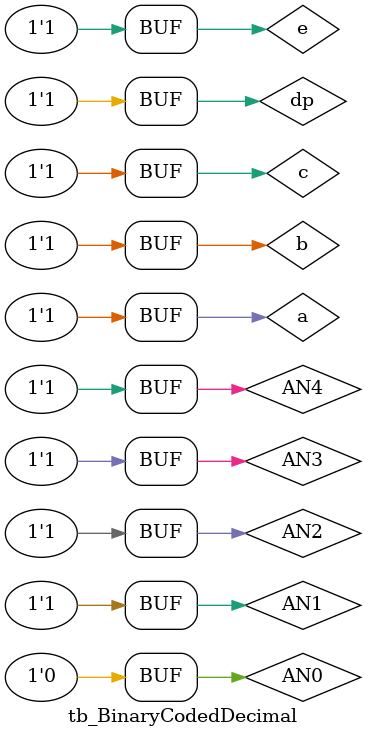
<source format=v>
`timescale 1ns / 1ps
`timescale 1ns / 1ps
//////////////////////////////////////////////////////////////////////////////////
// Company: 
// Engineer: 
// 
// Create Date: 02/12/2019 04:17:55 PM
// Design Name: 
// Module Name: tb_decoder_structural
// Project Name: 
// Target Devices: 
// Tool Versions: 
// Description: 
// 
// Dependencies: 
// 
// Revision:
// Revision 0.01 - File Created
// Additional Comments:
// 
//////////////////////////////////////////////////////////////////////////////////


module tb_BinaryCodedDecimal;

    // Inputs to be defined as registers
    reg e;
    reg a;
    reg b;
    reg c;
    
    // Outputs to be defined as wires
    wire segA;
    wire segB;
    wire segC;
    wire segD;
    wire segE;
    wire segF;
    wire segG;
    
    // Instantiate the Unit Under Test (UUT)
    BinaryCodedDecimal uut (
        .e(e),
        .a(a),
        .b(b),
        .c(c),
        .segA(segA),
        .segB(segB),
        .segC(segC),
        .segD(segD),
        .segE(segE),
        .segF(segF),
        .segG(segG),
        .an0(an0),
        .an1(an1),
        .an2(an2),
        .an3(an3),
        .dp(dp)
        );
        
        initial begin
            // Initialize Inputs
            e = 0;
            a = 0;
            b = 0;
            c = 0;
            AN0 = 0;
            AN1 = 1;
            AN2 = 1;
            AN3 = 1;
            AN4 = 1;
            dp = 1;
            // Wait 50ns for global reset to finish
            #50;
            
            // Stimulus - ALL input combos followed by some wait time to observe the o/p
            e = 0;
            a = 0;
            b = 0;
            c = 0;
            #50;
            $display ("TC01");
            if (segA != 1'b1 ||
                segB != 1'b1 ||
                segC != 1'b1 || 
                segD != 1'b1 ||
                segE != 1'b1 ||
                segF != 1'b1 ||
                segG != 1'b0
            ) $display ("Result is fucking wrong");
            
            e = 0;
            a = 0;
            b = 0;
            c = 1;
            #50;
            $display ("TC02");
            if (segA != 1'b1 ||
                segB != 1'b0 ||
                segC != 1'b0 || 
                segD != 1'b1 ||
                segE != 1'b1 ||
                segF != 1'b1 ||
                segG != 1'b1
            )  $display ("Result is fucking wrong");
            
            e = 0;
            a = 0;
            b = 1;
            c = 0;
            #50;
            $display ("TC03");
            if (segA != 1'b0 ||
                segB != 1'b0 ||
                segC != 1'b1 || 
                segD != 1'b0 ||
                segE != 1'b0 ||
                segF != 1'b1 ||
                segG != 1'b0
            )             
            
            $display ("Result is fucking wrong");
            
            e = 0;
            a = 0;
            b = 1;
            c = 1;
            #50;
            $display ("TC04");
            if (segA != 1'b0 ||
                segB != 1'b0 ||
                segC != 1'b0 || 
                segD != 1'b0 ||
                segE != 1'b1 ||
                segF != 1'b1 ||
                segG != 1'b0
            ) $display ("Result is fucking wrong");
            
            e = 0;
            a = 1;
            b = 0;
            c = 0;
            #50;
            $display ("TC05");
            if (segA != 1'b1 ||
                segB != 1'b0 ||
                segC != 1'b0 || 
                segD != 1'b1 ||
                segE != 1'b1 ||
                segF != 1'b0 ||
                segG != 1'b0
            )  $display ("Result is fucking wrong");
            
            e = 0;
            a = 1;
            b = 0;
            c = 1;
            #50;
            $display ("TC06");
            if (segA != 1'b0 ||
                segB != 1'b1 ||
                segC != 1'b0 || 
                segD != 1'b0 ||
                segE != 1'b1 ||
                segF != 1'b0 ||
                segG != 1'b0
            )  $display ("Result is fucking wrong");
            
            e = 0;
            a = 1;
            b = 1;
            c = 0;
            #50;
            $display ("TC07");
            if (segA != 1'b0 ||
                segB != 1'b1 ||
                segC != 1'b0 || 
                segD != 1'b0 ||
                segE != 1'b0 ||
                segF != 1'b0 ||
                segG != 1'b0
            )  $display ("Result is fucking wrong");
            
            e = 0;
            a = 1;
            b = 1;
            c = 1;
            #50;
            $display ("TC08");
            if (segA != 1'b0 ||
                segB != 1'b0 ||
                segC != 1'b0 || 
                segD != 1'b1 ||
                segE != 1'b1 ||
                segF != 1'b1 ||
                segG != 1'b1
            )  $display ("Result is fucking wrong");
            
            e = 1;
            a = 0;
            b = 0;
            c = 0;
            #50;
            $display ("TC09");
            if (segA != 1'b0 ||
                segB != 1'b0 ||
                segC != 1'b0 || 
                segD != 1'b0 ||
                segE != 1'b0 ||
                segF != 1'b0 ||
                segG != 1'b0
            ) $display ("Result is fucking wrong");
            
            e = 1;
            a = 0;
            b = 0;
            c = 1;
            #50;
            $display ("TC10");
            if (segA != 1'b0 ||
                segB != 1'b0 ||
                segC != 1'b0 || 
                segD != 1'b1 ||
                segE != 1'b1 ||
                segF != 1'b0 ||
                segG != 1'b0
            ) $display ("Result is fucking wrong");
            
            e = 1;
            a = 0;
            b = 1;
            c = 0;
            #50;
            $display ("TC13");
            if (segA != 1'b1 ||
                segB != 1'b1 ||
                segC != 1'b1 || 
                segD != 1'b1 ||
                segE != 1'b1 ||
                segF != 1'b1 ||
                segG != 1'b1
            ) $display ("Result is fucking wrong");
            
            e = 1;
            a = 0;
            b = 1;
            c = 1;
            #50;
            $display ("TC14");
            if (segA != 1'b1 ||
                segB != 1'b1 ||
                segC != 1'b1 || 
                segD != 1'b1 ||
                segE != 1'b1 ||
                segF != 1'b1 ||
                segG != 1'b1
            )  $display ("Result is fucking wrong");
            
            e = 1;
            a = 1;
            b = 0;
            c = 0;
            #50;
            $display ("TC15");
            if (segA != 1'b1 ||
                segB != 1'b1 ||
                segC != 1'b1 || 
                segD != 1'b1 ||
                segE != 1'b1 ||
                segF != 1'b1 ||
                segG != 1'b1
            )  $display ("Result is fucking wrong");
            
            e = 1;
            a = 1;
            b = 0;
            c = 1;
            #50;
            $display ("TC16");
            if (segA != 1'b1 ||
                segB != 1'b1 ||
                segC != 1'b1 || 
                segD != 1'b1 ||
                segE != 1'b1 ||
                segF != 1'b1 ||
                segG != 1'b1
            )  $display ("Result is fucking wrong");
            
            e = 1;
            a = 1;
            b = 1;
            c = 0;
            #50;
            $display ("TC17");
            if (segA != 1'b1 ||
                segB != 1'b1 ||
                segC != 1'b1 || 
                segD != 1'b1 ||
                segE != 1'b1 ||
                segF != 1'b1 ||
                segG != 1'b1
            )  $display ("Result is fucking wrong");
            
            e = 1;
            a = 1;
            b = 1;
            c = 1;
            #50;
            $display ("TC18");
            if (segA != 1'b1 ||
                segB != 1'b1 ||
                segC != 1'b1 || 
                segD != 1'b1 ||
                segE != 1'b1 ||
                segF != 1'b1 ||
                segG != 1'b1
            )  $display ("Result is fucking wrong");
            
        
            end
endmodule
            
            
            
            
            

</source>
